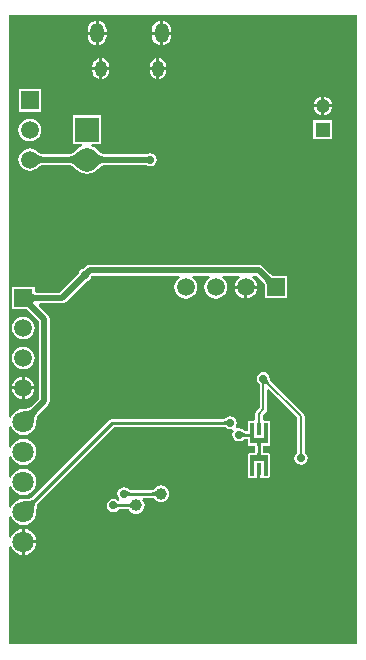
<source format=gbl>
G04*
G04 #@! TF.GenerationSoftware,Altium Limited,Altium Designer,20.2.7 (254)*
G04*
G04 Layer_Physical_Order=2*
G04 Layer_Color=16711680*
%FSLAX44Y44*%
%MOMM*%
G71*
G04*
G04 #@! TF.SameCoordinates,376ED358-1AEA-4EEA-9480-C934229D8A07*
G04*
G04*
G04 #@! TF.FilePolarity,Positive*
G04*
G01*
G75*
%ADD12C,0.2500*%
%ADD13C,0.2000*%
%ADD51C,1.0000*%
%ADD61C,0.5000*%
%ADD63C,1.5000*%
%ADD64R,1.5000X1.5000*%
%ADD65C,2.0000*%
%ADD66R,2.0000X2.0000*%
%ADD67R,1.5000X1.5000*%
%ADD68C,1.8000*%
%ADD69O,1.2000X1.7000*%
%ADD70O,1.0000X1.4000*%
%ADD71C,1.2000*%
%ADD72R,1.2000X1.2000*%
%ADD73C,0.7000*%
%ADD74R,0.4000X0.4000*%
%ADD75R,0.4000X1.0500*%
G36*
X2118015Y1439270D02*
X2119857Y1437708D01*
X2120671Y1437140D01*
X2121414Y1436712D01*
X2122085Y1436427D01*
X2122685Y1436282D01*
X2123214Y1436279D01*
X2123672Y1436417D01*
X2124058Y1436697D01*
X2117017Y1429657D01*
X2117297Y1430043D01*
X2117435Y1430500D01*
X2117432Y1431029D01*
X2117288Y1431629D01*
X2117002Y1432301D01*
X2116575Y1433043D01*
X2116006Y1433858D01*
X2115296Y1434743D01*
X2113451Y1436728D01*
X2116987Y1440263D01*
X2118015Y1439270D01*
D02*
G37*
G36*
X2193356Y1126958D02*
X1898356D01*
Y1209570D01*
X1900356Y1209968D01*
X1901125Y1208111D01*
X1902889Y1205813D01*
X1905187Y1204050D01*
X1907862Y1202941D01*
X1909464Y1202730D01*
Y1213658D01*
Y1224586D01*
X1907862Y1224375D01*
X1905187Y1223267D01*
X1902889Y1221503D01*
X1901125Y1219206D01*
X1900356Y1217348D01*
X1898356Y1217746D01*
Y1234970D01*
X1900356Y1235368D01*
X1901125Y1233511D01*
X1902889Y1231213D01*
X1905187Y1229450D01*
X1907862Y1228341D01*
X1910734Y1227963D01*
X1913606Y1228341D01*
X1916281Y1229450D01*
X1918579Y1231213D01*
X1920343Y1233511D01*
X1921451Y1236187D01*
X1921829Y1239058D01*
X1921774Y1239471D01*
X1921780Y1240447D01*
X1921916Y1242751D01*
X1922036Y1243690D01*
X1922192Y1244530D01*
X1922376Y1245247D01*
X1922580Y1245836D01*
X1922792Y1246295D01*
X1922998Y1246627D01*
X1923050Y1246687D01*
X1987507Y1311145D01*
X2080819D01*
X2080838Y1311142D01*
X2080991Y1311113D01*
X2081131Y1311074D01*
X2081264Y1311025D01*
X2081391Y1310966D01*
X2081516Y1310894D01*
X2081641Y1310807D01*
X2081728Y1310737D01*
X2081891Y1310493D01*
X2083710Y1309277D01*
X2085856Y1308850D01*
X2087488Y1309175D01*
X2088681Y1307828D01*
X2088810Y1307554D01*
X2088175Y1306604D01*
X2087748Y1304458D01*
X2088175Y1302312D01*
X2089391Y1300493D01*
X2091210Y1299277D01*
X2093356Y1298850D01*
X2095502Y1299277D01*
X2097321Y1300493D01*
X2097484Y1300737D01*
X2097571Y1300807D01*
X2097697Y1300894D01*
X2097822Y1300966D01*
X2097948Y1301025D01*
X2098081Y1301074D01*
X2098221Y1301113D01*
X2098374Y1301142D01*
X2098393Y1301145D01*
X2100736D01*
Y1296958D01*
X2100891Y1296178D01*
X2101333Y1295516D01*
X2101995Y1295074D01*
X2102775Y1294919D01*
X2106792D01*
Y1288997D01*
X2102606D01*
X2101826Y1288842D01*
X2101164Y1288400D01*
X2100722Y1287738D01*
X2100567Y1286958D01*
Y1269708D01*
X2100722Y1268928D01*
X2101164Y1268266D01*
X2101826Y1267824D01*
X2102606Y1267669D01*
X2105856Y1267669D01*
X2106047Y1267707D01*
X2108032Y1267708D01*
X2108836D01*
Y1274958D01*
X2111376D01*
Y1267708D01*
X2114106D01*
Y1267708D01*
X2114106Y1267708D01*
X2114165Y1267707D01*
X2114356Y1267669D01*
X2117606Y1267669D01*
X2118386Y1267824D01*
X2119048Y1268266D01*
X2119048Y1268266D01*
X2119490Y1268928D01*
X2119645Y1269708D01*
Y1286958D01*
X2119490Y1287738D01*
X2119048Y1288400D01*
X2118387Y1288842D01*
X2117606Y1288997D01*
X2113420D01*
Y1294919D01*
X2117775D01*
X2118556Y1295074D01*
X2119217Y1295516D01*
X2119659Y1296178D01*
X2119815Y1296958D01*
Y1314208D01*
X2119659Y1314989D01*
X2119217Y1315650D01*
X2118556Y1316092D01*
X2117775Y1316247D01*
X2115334Y1316247D01*
X2113403Y1317702D01*
X2113334Y1317791D01*
Y1320941D01*
X2116019Y1323626D01*
X2116019Y1323626D01*
X2116682Y1324618D01*
X2116915Y1325789D01*
Y1341960D01*
X2118763Y1342726D01*
X2142797Y1318691D01*
Y1289717D01*
X2142793Y1289688D01*
X2142765Y1289570D01*
X2142722Y1289443D01*
X2142661Y1289305D01*
X2142578Y1289153D01*
X2142471Y1288987D01*
X2142337Y1288807D01*
X2142173Y1288616D01*
X2142161Y1288604D01*
X2141891Y1288423D01*
X2140675Y1286604D01*
X2140248Y1284458D01*
X2140675Y1282312D01*
X2141891Y1280493D01*
X2143710Y1279277D01*
X2145856Y1278850D01*
X2148002Y1279277D01*
X2149821Y1280493D01*
X2151037Y1282312D01*
X2151464Y1284458D01*
X2151037Y1286604D01*
X2149821Y1288423D01*
X2149551Y1288604D01*
X2149539Y1288616D01*
X2149376Y1288807D01*
X2149241Y1288987D01*
X2149134Y1289153D01*
X2149051Y1289305D01*
X2148990Y1289443D01*
X2148947Y1289570D01*
X2148919Y1289688D01*
X2148915Y1289717D01*
Y1319958D01*
X2148682Y1321129D01*
X2148019Y1322121D01*
X2119737Y1350403D01*
X2119720Y1350426D01*
X2119657Y1350529D01*
X2119598Y1350649D01*
X2119543Y1350790D01*
X2119493Y1350957D01*
X2119452Y1351149D01*
X2119420Y1351371D01*
X2119401Y1351623D01*
X2119400Y1351639D01*
X2119464Y1351958D01*
X2119037Y1354104D01*
X2117821Y1355923D01*
X2116002Y1357139D01*
X2113856Y1357566D01*
X2111710Y1357139D01*
X2109891Y1355923D01*
X2108675Y1354104D01*
X2108248Y1351958D01*
X2108675Y1349812D01*
X2109891Y1347993D01*
X2110161Y1347812D01*
X2110173Y1347800D01*
X2110336Y1347609D01*
X2110471Y1347429D01*
X2110578Y1347264D01*
X2110661Y1347112D01*
X2110722Y1346973D01*
X2110765Y1346846D01*
X2110793Y1346728D01*
X2110797Y1346700D01*
Y1327056D01*
X2108112Y1324371D01*
X2107449Y1323379D01*
X2107217Y1322208D01*
X2107217Y1322208D01*
Y1317791D01*
X2107148Y1317702D01*
X2105217Y1316247D01*
X2102775Y1316247D01*
X2101995Y1316092D01*
X2101333Y1315650D01*
X2101333Y1315650D01*
X2100891Y1314989D01*
X2100736Y1314208D01*
Y1307772D01*
X2098393D01*
X2098374Y1307774D01*
X2098221Y1307803D01*
X2098081Y1307842D01*
X2097949Y1307891D01*
X2097821Y1307951D01*
X2097697Y1308022D01*
X2097571Y1308109D01*
X2097484Y1308179D01*
X2097321Y1308423D01*
X2095502Y1309639D01*
X2093356Y1310066D01*
X2091725Y1309741D01*
X2090531Y1311088D01*
X2090402Y1311362D01*
X2091037Y1312312D01*
X2091464Y1314458D01*
X2091037Y1316604D01*
X2089821Y1318423D01*
X2088002Y1319639D01*
X2085856Y1320066D01*
X2083710Y1319639D01*
X2081891Y1318423D01*
X2081728Y1318179D01*
X2081642Y1318109D01*
X2081516Y1318022D01*
X2081391Y1317951D01*
X2081264Y1317891D01*
X2081131Y1317842D01*
X2080991Y1317803D01*
X2080838Y1317774D01*
X2080819Y1317772D01*
X1986134D01*
X1984866Y1317520D01*
X1983791Y1316801D01*
X1918363Y1251374D01*
X1918303Y1251322D01*
X1917971Y1251116D01*
X1917512Y1250904D01*
X1916923Y1250700D01*
X1916206Y1250516D01*
X1915366Y1250360D01*
X1914427Y1250240D01*
X1912123Y1250104D01*
X1911147Y1250099D01*
X1910734Y1250153D01*
X1907862Y1249775D01*
X1905187Y1248667D01*
X1902889Y1246903D01*
X1901125Y1244606D01*
X1900356Y1242748D01*
X1898356Y1243146D01*
Y1260370D01*
X1900356Y1260768D01*
X1901125Y1258911D01*
X1902889Y1256613D01*
X1905187Y1254850D01*
X1907862Y1253741D01*
X1910734Y1253363D01*
X1913606Y1253741D01*
X1916281Y1254850D01*
X1918579Y1256613D01*
X1920343Y1258911D01*
X1921451Y1261587D01*
X1921829Y1264458D01*
X1921451Y1267330D01*
X1920343Y1270006D01*
X1918579Y1272303D01*
X1916281Y1274067D01*
X1913606Y1275175D01*
X1910734Y1275553D01*
X1907862Y1275175D01*
X1905187Y1274067D01*
X1902889Y1272303D01*
X1901125Y1270006D01*
X1900356Y1268148D01*
X1898356Y1268546D01*
Y1285770D01*
X1900356Y1286168D01*
X1901125Y1284311D01*
X1902889Y1282013D01*
X1905187Y1280250D01*
X1907862Y1279141D01*
X1910734Y1278763D01*
X1913606Y1279141D01*
X1916281Y1280250D01*
X1918579Y1282013D01*
X1920343Y1284311D01*
X1921451Y1286987D01*
X1921829Y1289858D01*
X1921451Y1292730D01*
X1920343Y1295406D01*
X1918579Y1297703D01*
X1916281Y1299467D01*
X1913606Y1300575D01*
X1910734Y1300953D01*
X1907862Y1300575D01*
X1905187Y1299467D01*
X1902889Y1297703D01*
X1901125Y1295406D01*
X1900356Y1293548D01*
X1898356Y1293946D01*
Y1311170D01*
X1900356Y1311568D01*
X1901125Y1309711D01*
X1902889Y1307413D01*
X1905187Y1305650D01*
X1907862Y1304541D01*
X1910734Y1304163D01*
X1913606Y1304541D01*
X1916281Y1305650D01*
X1918579Y1307413D01*
X1920343Y1309711D01*
X1921451Y1312387D01*
X1921829Y1315258D01*
X1921778Y1315645D01*
X1921789Y1316294D01*
X1921853Y1317158D01*
X1921964Y1317959D01*
X1922120Y1318699D01*
X1922317Y1319379D01*
X1922554Y1319999D01*
X1922828Y1320565D01*
X1923139Y1321080D01*
X1923414Y1321449D01*
X1931600Y1329636D01*
X1932595Y1331125D01*
X1932944Y1332880D01*
Y1402536D01*
X1932595Y1404292D01*
X1931600Y1405780D01*
X1923811Y1413570D01*
X1924639Y1415570D01*
X1943501D01*
X1945257Y1415919D01*
X1946745Y1416914D01*
X1963901Y1434069D01*
X1964947Y1434277D01*
X1966766Y1435493D01*
X1967982Y1437312D01*
X1968190Y1438358D01*
X1969002Y1439171D01*
X2042351D01*
X2042963Y1437171D01*
X2041481Y1436034D01*
X2039958Y1434049D01*
X2039001Y1431738D01*
X2038674Y1429258D01*
X2039001Y1426778D01*
X2039958Y1424467D01*
X2041481Y1422483D01*
X2043465Y1420960D01*
X2045776Y1420003D01*
X2048256Y1419676D01*
X2050736Y1420003D01*
X2053047Y1420960D01*
X2055032Y1422483D01*
X2056554Y1424467D01*
X2057512Y1426778D01*
X2057838Y1429258D01*
X2057512Y1431738D01*
X2056554Y1434049D01*
X2055032Y1436034D01*
X2053550Y1437171D01*
X2054161Y1439171D01*
X2067751D01*
X2068363Y1437171D01*
X2066881Y1436034D01*
X2065358Y1434049D01*
X2064401Y1431738D01*
X2064074Y1429258D01*
X2064401Y1426778D01*
X2065358Y1424467D01*
X2066881Y1422483D01*
X2068865Y1420960D01*
X2071176Y1420003D01*
X2073656Y1419676D01*
X2076136Y1420003D01*
X2078447Y1420960D01*
X2080432Y1422483D01*
X2081954Y1424467D01*
X2082912Y1426778D01*
X2083238Y1429258D01*
X2082912Y1431738D01*
X2081954Y1434049D01*
X2080432Y1436034D01*
X2078950Y1437171D01*
X2079561Y1439171D01*
X2093151D01*
X2093763Y1437171D01*
X2092281Y1436034D01*
X2090758Y1434049D01*
X2089801Y1431738D01*
X2089641Y1430528D01*
X2099056D01*
X2108471D01*
X2108312Y1431738D01*
X2107354Y1434049D01*
X2105832Y1436034D01*
X2104350Y1437171D01*
X2104961Y1439171D01*
X2108055D01*
X2112894Y1434332D01*
X2113751Y1433409D01*
X2114373Y1432634D01*
X2114852Y1431949D01*
X2114956Y1431767D01*
Y1419758D01*
X2133956D01*
Y1438758D01*
X2121947D01*
X2121765Y1438863D01*
X2121103Y1439325D01*
X2119622Y1440581D01*
X2113200Y1447003D01*
X2111711Y1447998D01*
X2109955Y1448347D01*
X1967102D01*
X1965346Y1447998D01*
X1963858Y1447003D01*
X1961701Y1444847D01*
X1960655Y1444639D01*
X1958836Y1443423D01*
X1957620Y1441604D01*
X1957412Y1440558D01*
X1941601Y1424746D01*
X1922064D01*
X1921649Y1424783D01*
X1921069Y1424879D01*
X1920634Y1424995D01*
X1920350Y1425111D01*
X1920234Y1425181D01*
Y1429658D01*
X1901234D01*
Y1410658D01*
X1911089D01*
X1911132Y1410650D01*
X1911176Y1410658D01*
X1913227D01*
X1913436Y1410539D01*
X1914096Y1410080D01*
X1915576Y1408828D01*
X1923768Y1400636D01*
Y1334781D01*
X1916925Y1327938D01*
X1916556Y1327664D01*
X1916041Y1327352D01*
X1915475Y1327078D01*
X1914854Y1326841D01*
X1914175Y1326644D01*
X1913435Y1326488D01*
X1912634Y1326377D01*
X1911770Y1326313D01*
X1911120Y1326302D01*
X1910734Y1326353D01*
X1907862Y1325975D01*
X1905187Y1324867D01*
X1902889Y1323103D01*
X1901125Y1320806D01*
X1900356Y1318948D01*
X1898356Y1319346D01*
Y1659458D01*
X2193356D01*
Y1126958D01*
D02*
G37*
G36*
X1918223Y1424683D02*
X1918374Y1424258D01*
X1918626Y1423883D01*
X1918978Y1423558D01*
X1919431Y1423283D01*
X1919984Y1423058D01*
X1920638Y1422883D01*
X1921393Y1422758D01*
X1922248Y1422683D01*
X1923203Y1422658D01*
Y1417658D01*
X1922248Y1417633D01*
X1921393Y1417558D01*
X1920638Y1417433D01*
X1919984Y1417258D01*
X1919431Y1417033D01*
X1918978Y1416758D01*
X1918626Y1416433D01*
X1918606Y1416404D01*
X1918628Y1416366D01*
X1919193Y1415552D01*
X1919901Y1414668D01*
X1921739Y1412689D01*
X1918203Y1409153D01*
X1917178Y1410143D01*
X1915340Y1411699D01*
X1914527Y1412264D01*
X1913784Y1412689D01*
X1913112Y1412971D01*
X1912511Y1413113D01*
X1911981D01*
X1911521Y1412971D01*
X1911132Y1412689D01*
X1918173Y1419729D01*
Y1425158D01*
X1918223Y1424683D01*
D02*
G37*
G36*
X2117363Y1351526D02*
X2117392Y1351149D01*
X2117443Y1350790D01*
X2117516Y1350450D01*
X2117612Y1350129D01*
X2117729Y1349827D01*
X2117869Y1349544D01*
X2118030Y1349280D01*
X2118214Y1349035D01*
X2118420Y1348809D01*
X2117006Y1347394D01*
X2116779Y1347600D01*
X2116534Y1347784D01*
X2116270Y1347946D01*
X2115987Y1348085D01*
X2115685Y1348203D01*
X2115373Y1348295D01*
X2115219Y1348009D01*
X2115088Y1347713D01*
X2114987Y1347414D01*
X2114914Y1347113D01*
X2114871Y1346810D01*
X2114856Y1346504D01*
X2112856D01*
X2112842Y1346810D01*
X2112798Y1347113D01*
X2112726Y1347414D01*
X2112624Y1347713D01*
X2112494Y1348009D01*
X2112334Y1348304D01*
X2112146Y1348596D01*
X2111928Y1348886D01*
X2111682Y1349173D01*
X2111406Y1349459D01*
X2114892D01*
X2117356Y1351923D01*
X2117363Y1351526D01*
D02*
G37*
G36*
X1922434Y1323422D02*
X1921911Y1322846D01*
X1921445Y1322218D01*
X1921034Y1321539D01*
X1920680Y1320809D01*
X1920382Y1320027D01*
X1920140Y1319194D01*
X1919954Y1318310D01*
X1919825Y1317374D01*
X1919751Y1316387D01*
X1919733Y1315348D01*
X1910824Y1324258D01*
X1911862Y1324275D01*
X1912850Y1324349D01*
X1913785Y1324478D01*
X1914670Y1324664D01*
X1915503Y1324906D01*
X1916285Y1325204D01*
X1917015Y1325558D01*
X1917694Y1325969D01*
X1918322Y1326435D01*
X1918898Y1326958D01*
X1922434Y1323422D01*
D02*
G37*
G36*
X2111285Y1315798D02*
X2111314Y1315458D01*
X2111363Y1315158D01*
X2111431Y1314898D01*
X2111518Y1314678D01*
X2111624Y1314498D01*
X2111750Y1314358D01*
X2111896Y1314258D01*
X2112061Y1314198D01*
X2112245Y1314178D01*
X2108306D01*
X2108490Y1314198D01*
X2108655Y1314258D01*
X2108800Y1314358D01*
X2108926Y1314498D01*
X2109033Y1314678D01*
X2109120Y1314898D01*
X2109188Y1315158D01*
X2109237Y1315458D01*
X2109266Y1315798D01*
X2109275Y1316178D01*
X2111275D01*
X2111285Y1315798D01*
D02*
G37*
G36*
X2083357Y1312008D02*
X2083116Y1312236D01*
X2082865Y1312440D01*
X2082604Y1312620D01*
X2082333Y1312776D01*
X2082051Y1312908D01*
X2081759Y1313016D01*
X2081456Y1313100D01*
X2081144Y1313160D01*
X2080820Y1313196D01*
X2080487Y1313208D01*
Y1315708D01*
X2080820Y1315720D01*
X2081144Y1315756D01*
X2081456Y1315816D01*
X2081759Y1315900D01*
X2082051Y1316008D01*
X2082333Y1316140D01*
X2082604Y1316296D01*
X2082865Y1316476D01*
X2083116Y1316680D01*
X2083357Y1316908D01*
Y1312008D01*
D02*
G37*
G36*
X2096096Y1306680D02*
X2096347Y1306476D01*
X2096608Y1306296D01*
X2096879Y1306140D01*
X2097161Y1306008D01*
X2097453Y1305900D01*
X2097756Y1305816D01*
X2098069Y1305756D01*
X2098392Y1305720D01*
X2098725Y1305708D01*
Y1303208D01*
X2098392Y1303196D01*
X2098069Y1303160D01*
X2097756Y1303100D01*
X2097453Y1303016D01*
X2097161Y1302908D01*
X2096879Y1302776D01*
X2096608Y1302620D01*
X2096347Y1302440D01*
X2096096Y1302236D01*
X2095856Y1302008D01*
Y1306908D01*
X2096096Y1306680D01*
D02*
G37*
G36*
X2106025Y1314208D02*
Y1301458D01*
X2114525Y1301458D01*
Y1314208D01*
X2117775Y1314208D01*
Y1296958D01*
X2111755D01*
X2111676Y1296839D01*
X2111578Y1296614D01*
X2111498Y1296339D01*
X2111436Y1296014D01*
X2111392Y1295639D01*
X2111365Y1295214D01*
X2111356Y1294739D01*
X2108856D01*
X2108851Y1295214D01*
X2108768Y1296339D01*
X2108719Y1296614D01*
X2108658Y1296839D01*
X2108609Y1296958D01*
X2102775D01*
Y1314208D01*
X2106025Y1314208D01*
D02*
G37*
G36*
X2146871Y1289607D02*
X2146914Y1289303D01*
X2146987Y1289002D01*
X2147088Y1288703D01*
X2147219Y1288407D01*
X2147378Y1288113D01*
X2147567Y1287820D01*
X2147784Y1287531D01*
X2148031Y1287243D01*
X2148306Y1286958D01*
X2143406D01*
X2143682Y1287243D01*
X2143928Y1287531D01*
X2144146Y1287820D01*
X2144334Y1288113D01*
X2144494Y1288407D01*
X2144624Y1288703D01*
X2144726Y1289002D01*
X2144798Y1289303D01*
X2144842Y1289607D01*
X2144856Y1289912D01*
X2146856D01*
X2146871Y1289607D01*
D02*
G37*
G36*
X2111363Y1288703D02*
X2111421Y1287903D01*
X2111471Y1287578D01*
X2111536Y1287303D01*
X2111615Y1287078D01*
X2111679Y1286958D01*
X2117606D01*
Y1269708D01*
X2114356Y1269708D01*
Y1282458D01*
X2105856Y1282458D01*
Y1269708D01*
X2102606Y1269708D01*
Y1286958D01*
X2108533D01*
X2108597Y1287078D01*
X2108676Y1287303D01*
X2108741Y1287578D01*
X2108791Y1287903D01*
X2108827Y1288278D01*
X2108856Y1289178D01*
X2111356D01*
X2111363Y1288703D01*
D02*
G37*
G36*
X1921738Y1248295D02*
X1921345Y1247830D01*
X1920994Y1247265D01*
X1920686Y1246600D01*
X1920421Y1245835D01*
X1920199Y1244970D01*
X1920020Y1244006D01*
X1919884Y1242941D01*
X1919741Y1240512D01*
X1919733Y1239148D01*
X1910824Y1248058D01*
X1912188Y1248065D01*
X1914617Y1248208D01*
X1915682Y1248344D01*
X1916646Y1248524D01*
X1917511Y1248746D01*
X1918276Y1249010D01*
X1918941Y1249318D01*
X1919506Y1249669D01*
X1919971Y1250063D01*
X1921738Y1248295D01*
D02*
G37*
%LPC*%
G36*
X2029001Y1654860D02*
Y1645728D01*
X2035800D01*
Y1646958D01*
X2035525Y1649047D01*
X2034719Y1650993D01*
X2033437Y1652664D01*
X2031766Y1653946D01*
X2029819Y1654752D01*
X2029001Y1654860D01*
D02*
G37*
G36*
X2026461D02*
X2025643Y1654752D01*
X2023697Y1653946D01*
X2022025Y1652664D01*
X2020743Y1650993D01*
X2019937Y1649047D01*
X2019662Y1646958D01*
Y1645728D01*
X2026461D01*
Y1654860D01*
D02*
G37*
G36*
X1974501D02*
Y1645728D01*
X1981300D01*
Y1646958D01*
X1981025Y1649047D01*
X1980219Y1650993D01*
X1978937Y1652664D01*
X1977266Y1653946D01*
X1975320Y1654752D01*
X1974501Y1654860D01*
D02*
G37*
G36*
X1971961D02*
X1971143Y1654752D01*
X1969197Y1653946D01*
X1967525Y1652664D01*
X1966243Y1650993D01*
X1965437Y1649047D01*
X1965162Y1646958D01*
Y1645728D01*
X1971961D01*
Y1654860D01*
D02*
G37*
G36*
X2035800Y1643188D02*
X2029001D01*
Y1634056D01*
X2029819Y1634164D01*
X2031766Y1634970D01*
X2033437Y1636252D01*
X2034719Y1637924D01*
X2035525Y1639870D01*
X2035800Y1641958D01*
Y1643188D01*
D02*
G37*
G36*
X1971961Y1643188D02*
X1965162D01*
Y1641958D01*
X1965437Y1639870D01*
X1966243Y1637924D01*
X1967525Y1636252D01*
X1969197Y1634970D01*
X1971143Y1634164D01*
X1971961Y1634056D01*
Y1643188D01*
D02*
G37*
G36*
X1981300D02*
X1974501D01*
Y1634056D01*
X1975320Y1634164D01*
X1977266Y1634970D01*
X1978937Y1636252D01*
X1980219Y1637924D01*
X1981025Y1639870D01*
X1981300Y1641958D01*
Y1643188D01*
D02*
G37*
G36*
X2026461Y1643188D02*
X2019662D01*
Y1641958D01*
X2019937Y1639870D01*
X2020743Y1637924D01*
X2022025Y1636252D01*
X2023697Y1634970D01*
X2025643Y1634164D01*
X2026461Y1634056D01*
Y1643188D01*
D02*
G37*
G36*
X2026001Y1623051D02*
Y1615428D01*
X2031792D01*
Y1616158D01*
X2031551Y1617986D01*
X2030846Y1619688D01*
X2029724Y1621151D01*
X2028261Y1622273D01*
X2026559Y1622978D01*
X2026001Y1623051D01*
D02*
G37*
G36*
X1977501D02*
Y1615428D01*
X1983291D01*
Y1616158D01*
X1983051Y1617986D01*
X1982346Y1619688D01*
X1981224Y1621151D01*
X1979761Y1622273D01*
X1978058Y1622978D01*
X1977501Y1623051D01*
D02*
G37*
G36*
X2023461D02*
X2022904Y1622978D01*
X2021201Y1622273D01*
X2019739Y1621151D01*
X2018617Y1619688D01*
X2017911Y1617986D01*
X2017671Y1616158D01*
Y1615428D01*
X2023461D01*
Y1623051D01*
D02*
G37*
G36*
X1974961D02*
X1974404Y1622978D01*
X1972701Y1622273D01*
X1971239Y1621151D01*
X1970117Y1619688D01*
X1969411Y1617986D01*
X1969171Y1616158D01*
Y1615428D01*
X1974961D01*
Y1623051D01*
D02*
G37*
G36*
X2023461Y1612888D02*
X2017671D01*
Y1612158D01*
X2017911Y1610331D01*
X2018617Y1608628D01*
X2019739Y1607166D01*
X2021201Y1606044D01*
X2022904Y1605338D01*
X2023461Y1605265D01*
Y1612888D01*
D02*
G37*
G36*
X1974961D02*
X1969171D01*
Y1612158D01*
X1969411Y1610331D01*
X1970117Y1608628D01*
X1971239Y1607166D01*
X1972701Y1606044D01*
X1974404Y1605338D01*
X1974961Y1605265D01*
Y1612888D01*
D02*
G37*
G36*
X2031792D02*
X2026001D01*
Y1605265D01*
X2026559Y1605338D01*
X2028261Y1606044D01*
X2029724Y1607166D01*
X2030846Y1608628D01*
X2031551Y1610331D01*
X2031792Y1612158D01*
Y1612888D01*
D02*
G37*
G36*
X1983291D02*
X1977501D01*
Y1605265D01*
X1978058Y1605338D01*
X1979761Y1606044D01*
X1981224Y1607166D01*
X1982346Y1608628D01*
X1983051Y1610331D01*
X1983291Y1612158D01*
Y1612888D01*
D02*
G37*
G36*
X2165585Y1590660D02*
Y1584028D01*
X2172217D01*
X2172109Y1584847D01*
X2171303Y1586793D01*
X2170021Y1588464D01*
X2168350Y1589746D01*
X2166404Y1590552D01*
X2165585Y1590660D01*
D02*
G37*
G36*
X2163045D02*
X2162227Y1590552D01*
X2160281Y1589746D01*
X2158610Y1588464D01*
X2157327Y1586793D01*
X2156521Y1584847D01*
X2156414Y1584028D01*
X2163045D01*
Y1590660D01*
D02*
G37*
G36*
X1925676Y1596858D02*
X1906676D01*
Y1577858D01*
X1925676D01*
Y1596858D01*
D02*
G37*
G36*
X2172217Y1581488D02*
X2165585D01*
Y1574856D01*
X2166404Y1574964D01*
X2168350Y1575770D01*
X2170021Y1577052D01*
X2171303Y1578724D01*
X2172109Y1580670D01*
X2172217Y1581488D01*
D02*
G37*
G36*
X2163045D02*
X2156414D01*
X2156521Y1580670D01*
X2157327Y1578724D01*
X2158610Y1577052D01*
X2160281Y1575770D01*
X2162227Y1574964D01*
X2163045Y1574856D01*
Y1581488D01*
D02*
G37*
G36*
X2172315Y1570758D02*
X2156315D01*
Y1554758D01*
X2172315D01*
Y1570758D01*
D02*
G37*
G36*
X1916176Y1571940D02*
X1913696Y1571614D01*
X1911385Y1570656D01*
X1909401Y1569134D01*
X1907878Y1567149D01*
X1906921Y1564838D01*
X1906594Y1562358D01*
X1906921Y1559878D01*
X1907878Y1557567D01*
X1909401Y1555583D01*
X1911385Y1554060D01*
X1913696Y1553103D01*
X1916176Y1552776D01*
X1918656Y1553103D01*
X1920967Y1554060D01*
X1922952Y1555583D01*
X1924474Y1557567D01*
X1925432Y1559878D01*
X1925758Y1562358D01*
X1925432Y1564838D01*
X1924474Y1567149D01*
X1922952Y1569134D01*
X1920967Y1570656D01*
X1918656Y1571614D01*
X1916176Y1571940D01*
D02*
G37*
G36*
X1976525Y1574758D02*
X1952525D01*
Y1550758D01*
X1960292D01*
X1960690Y1548758D01*
X1958474Y1547840D01*
X1955967Y1545917D01*
X1955688Y1545554D01*
X1955121Y1545002D01*
X1954332Y1544312D01*
X1953563Y1543714D01*
X1952817Y1543207D01*
X1952094Y1542790D01*
X1951397Y1542458D01*
X1950725Y1542208D01*
X1950079Y1542035D01*
X1949532Y1541946D01*
X1926998D01*
X1926703Y1541982D01*
X1926209Y1542085D01*
X1925729Y1542228D01*
X1925259Y1542412D01*
X1924797Y1542640D01*
X1924340Y1542914D01*
X1923887Y1543236D01*
X1923436Y1543610D01*
X1923127Y1543905D01*
X1922952Y1544134D01*
X1920967Y1545656D01*
X1918656Y1546614D01*
X1916176Y1546940D01*
X1913696Y1546614D01*
X1911385Y1545656D01*
X1909401Y1544134D01*
X1907878Y1542149D01*
X1906921Y1539838D01*
X1906594Y1537358D01*
X1906921Y1534878D01*
X1907878Y1532567D01*
X1909401Y1530583D01*
X1911385Y1529060D01*
X1913696Y1528103D01*
X1916176Y1527776D01*
X1918656Y1528103D01*
X1920967Y1529060D01*
X1922952Y1530583D01*
X1923127Y1530812D01*
X1923436Y1531107D01*
X1923887Y1531480D01*
X1924340Y1531802D01*
X1924797Y1532076D01*
X1925259Y1532304D01*
X1925729Y1532489D01*
X1926209Y1532632D01*
X1926703Y1532734D01*
X1926998Y1532770D01*
X1949532D01*
X1950078Y1532682D01*
X1950725Y1532508D01*
X1951397Y1532258D01*
X1952094Y1531927D01*
X1952816Y1531509D01*
X1953538Y1531020D01*
X1955142Y1529694D01*
X1955688Y1529162D01*
X1955967Y1528800D01*
X1958474Y1526876D01*
X1961393Y1525667D01*
X1964525Y1525255D01*
X1967658Y1525667D01*
X1970577Y1526876D01*
X1973084Y1528800D01*
X1973362Y1529162D01*
X1973930Y1529714D01*
X1974718Y1530405D01*
X1975488Y1531003D01*
X1976234Y1531509D01*
X1976957Y1531927D01*
X1977654Y1532258D01*
X1978326Y1532508D01*
X1978972Y1532682D01*
X1979518Y1532770D01*
X2015027D01*
X2016138Y1532027D01*
X2018284Y1531600D01*
X2020430Y1532027D01*
X2022249Y1533243D01*
X2023465Y1535062D01*
X2023892Y1537208D01*
X2023465Y1539354D01*
X2022249Y1541173D01*
X2020430Y1542389D01*
X2018284Y1542816D01*
X2016138Y1542389D01*
X2015476Y1541946D01*
X1979518D01*
X1978972Y1542035D01*
X1978326Y1542208D01*
X1977654Y1542458D01*
X1976957Y1542789D01*
X1976234Y1543207D01*
X1975513Y1543696D01*
X1973909Y1545022D01*
X1973362Y1545554D01*
X1973084Y1545917D01*
X1970577Y1547840D01*
X1968361Y1548758D01*
X1968759Y1550758D01*
X1976525D01*
Y1574758D01*
D02*
G37*
G36*
X2108471Y1427988D02*
X2100326D01*
Y1419843D01*
X2101536Y1420003D01*
X2103847Y1420960D01*
X2105832Y1422483D01*
X2107354Y1424467D01*
X2108312Y1426778D01*
X2108471Y1427988D01*
D02*
G37*
G36*
X2097786D02*
X2089641D01*
X2089801Y1426778D01*
X2090758Y1424467D01*
X2092281Y1422483D01*
X2094265Y1420960D01*
X2096576Y1420003D01*
X2097786Y1419843D01*
Y1427988D01*
D02*
G37*
G36*
X1910734Y1404340D02*
X1908254Y1404014D01*
X1905943Y1403056D01*
X1903958Y1401534D01*
X1902436Y1399549D01*
X1901478Y1397238D01*
X1901152Y1394758D01*
X1901478Y1392278D01*
X1902436Y1389967D01*
X1903958Y1387983D01*
X1905943Y1386460D01*
X1908254Y1385503D01*
X1910734Y1385176D01*
X1913214Y1385503D01*
X1915525Y1386460D01*
X1917509Y1387983D01*
X1919032Y1389967D01*
X1919989Y1392278D01*
X1920316Y1394758D01*
X1919989Y1397238D01*
X1919032Y1399549D01*
X1917509Y1401534D01*
X1915525Y1403056D01*
X1913214Y1404014D01*
X1910734Y1404340D01*
D02*
G37*
G36*
Y1378940D02*
X1908254Y1378614D01*
X1905943Y1377656D01*
X1903958Y1376134D01*
X1902436Y1374149D01*
X1901478Y1371838D01*
X1901152Y1369358D01*
X1901478Y1366878D01*
X1902436Y1364567D01*
X1903958Y1362583D01*
X1905943Y1361060D01*
X1908254Y1360103D01*
X1910734Y1359776D01*
X1913214Y1360103D01*
X1915525Y1361060D01*
X1917509Y1362583D01*
X1919032Y1364567D01*
X1919989Y1366878D01*
X1920316Y1369358D01*
X1919989Y1371838D01*
X1919032Y1374149D01*
X1917509Y1376134D01*
X1915525Y1377656D01*
X1913214Y1378614D01*
X1910734Y1378940D01*
D02*
G37*
G36*
X1912004Y1353373D02*
Y1345228D01*
X1920149D01*
X1919989Y1346438D01*
X1919032Y1348749D01*
X1917509Y1350734D01*
X1915525Y1352256D01*
X1913214Y1353214D01*
X1912004Y1353373D01*
D02*
G37*
G36*
X1909464Y1353373D02*
X1908254Y1353214D01*
X1905943Y1352256D01*
X1903958Y1350734D01*
X1902436Y1348749D01*
X1901478Y1346438D01*
X1901319Y1345228D01*
X1909464D01*
Y1353373D01*
D02*
G37*
G36*
Y1342688D02*
X1901319D01*
X1901478Y1341478D01*
X1902436Y1339167D01*
X1903958Y1337183D01*
X1905943Y1335660D01*
X1908254Y1334703D01*
X1909464Y1334543D01*
Y1342688D01*
D02*
G37*
G36*
X1920149D02*
X1912004D01*
Y1334543D01*
X1913214Y1334703D01*
X1915525Y1335660D01*
X1917509Y1337183D01*
X1919032Y1339167D01*
X1919989Y1341478D01*
X1920149Y1342688D01*
D02*
G37*
G36*
X2027356Y1261518D02*
X2025529Y1261278D01*
X2023826Y1260573D01*
X2022364Y1259451D01*
X2021242Y1257988D01*
X2021230Y1257960D01*
X2021202Y1257942D01*
X2021126Y1257905D01*
X2021004Y1257862D01*
X2020833Y1257819D01*
X2020609Y1257782D01*
X2020495Y1257772D01*
X2001075D01*
X2001056Y1257774D01*
X2000904Y1257803D01*
X2000763Y1257842D01*
X2000631Y1257891D01*
X2000504Y1257951D01*
X2000379Y1258023D01*
X2000253Y1258109D01*
X2000167Y1258179D01*
X2000004Y1258423D01*
X1998184Y1259639D01*
X1996038Y1260066D01*
X1993892Y1259639D01*
X1992073Y1258423D01*
X1990858Y1256604D01*
X1990431Y1254458D01*
X1990858Y1252312D01*
X1992051Y1250526D01*
X1992094Y1250306D01*
X1991493Y1248475D01*
X1991016Y1248438D01*
X1990682Y1248517D01*
X1989002Y1249639D01*
X1986856Y1250066D01*
X1984710Y1249639D01*
X1982891Y1248423D01*
X1981675Y1246604D01*
X1981248Y1244458D01*
X1981675Y1242312D01*
X1982891Y1240493D01*
X1984710Y1239277D01*
X1986856Y1238850D01*
X1989002Y1239277D01*
X1990821Y1240493D01*
X1990984Y1240737D01*
X1991071Y1240807D01*
X1991197Y1240894D01*
X1991322Y1240966D01*
X1991449Y1241025D01*
X1991581Y1241074D01*
X1991721Y1241113D01*
X1991874Y1241142D01*
X1991893Y1241144D01*
X1999495D01*
X1999609Y1241134D01*
X1999833Y1241097D01*
X2000004Y1241054D01*
X2000126Y1241011D01*
X2000202Y1240974D01*
X2000230Y1240957D01*
X2000242Y1240928D01*
X2001364Y1239466D01*
X2002826Y1238344D01*
X2004529Y1237638D01*
X2006356Y1237398D01*
X2008183Y1237638D01*
X2009886Y1238344D01*
X2011349Y1239466D01*
X2012471Y1240928D01*
X2013176Y1242631D01*
X2013416Y1244458D01*
X2013176Y1246285D01*
X2012471Y1247988D01*
X2011583Y1249145D01*
X2011887Y1250296D01*
X2012426Y1251144D01*
X2020495D01*
X2020609Y1251134D01*
X2020833Y1251097D01*
X2021005Y1251054D01*
X2021126Y1251011D01*
X2021202Y1250974D01*
X2021230Y1250957D01*
X2021242Y1250928D01*
X2022364Y1249466D01*
X2023826Y1248344D01*
X2025529Y1247638D01*
X2027356Y1247398D01*
X2029184Y1247638D01*
X2030886Y1248344D01*
X2032349Y1249466D01*
X2033471Y1250928D01*
X2034176Y1252631D01*
X2034417Y1254458D01*
X2034176Y1256285D01*
X2033471Y1257988D01*
X2032349Y1259451D01*
X2030886Y1260573D01*
X2029184Y1261278D01*
X2027356Y1261518D01*
D02*
G37*
G36*
X1912004Y1224586D02*
Y1214928D01*
X1921662D01*
X1921451Y1216530D01*
X1920343Y1219206D01*
X1918579Y1221503D01*
X1916281Y1223267D01*
X1913606Y1224375D01*
X1912004Y1224586D01*
D02*
G37*
G36*
X1921662Y1212388D02*
X1912004D01*
Y1202730D01*
X1913606Y1202941D01*
X1916281Y1204050D01*
X1918579Y1205813D01*
X1920343Y1208111D01*
X1921451Y1210787D01*
X1921662Y1212388D01*
D02*
G37*
%LPD*%
G36*
X1922079Y1542086D02*
X1922643Y1541618D01*
X1923224Y1541206D01*
X1923820Y1540848D01*
X1924434Y1540546D01*
X1925063Y1540298D01*
X1925710Y1540106D01*
X1926372Y1539968D01*
X1927052Y1539886D01*
X1927747Y1539858D01*
Y1534858D01*
X1927052Y1534831D01*
X1926372Y1534748D01*
X1925710Y1534611D01*
X1925063Y1534418D01*
X1924434Y1534171D01*
X1923820Y1533868D01*
X1923224Y1533511D01*
X1922643Y1533098D01*
X1922079Y1532631D01*
X1921532Y1532108D01*
Y1542608D01*
X1922079Y1542086D01*
D02*
G37*
G36*
X1972546Y1543503D02*
X1974288Y1542063D01*
X1975151Y1541478D01*
X1976008Y1540983D01*
X1976859Y1540578D01*
X1977704Y1540263D01*
X1978545Y1540038D01*
X1979379Y1539903D01*
X1980208Y1539858D01*
Y1534858D01*
X1979379Y1534813D01*
X1978545Y1534678D01*
X1977704Y1534453D01*
X1976859Y1534138D01*
X1976008Y1533733D01*
X1975151Y1533238D01*
X1974288Y1532653D01*
X1973420Y1531978D01*
X1972546Y1531213D01*
X1971667Y1530358D01*
Y1544358D01*
X1972546Y1543503D01*
D02*
G37*
G36*
X1957384Y1530358D02*
X1956505Y1531213D01*
X1954763Y1532653D01*
X1953900Y1533238D01*
X1953043Y1533733D01*
X1952192Y1534138D01*
X1951346Y1534453D01*
X1950506Y1534678D01*
X1949672Y1534813D01*
X1948843Y1534858D01*
Y1539858D01*
X1949672Y1539903D01*
X1950506Y1540038D01*
X1951346Y1540263D01*
X1952192Y1540578D01*
X1953043Y1540983D01*
X1953900Y1541478D01*
X1954763Y1542063D01*
X1955631Y1542738D01*
X1956505Y1543503D01*
X1957384Y1544358D01*
Y1530358D01*
D02*
G37*
G36*
X1998778Y1256680D02*
X1999029Y1256476D01*
X1999290Y1256296D01*
X1999562Y1256140D01*
X1999843Y1256008D01*
X2000136Y1255900D01*
X2000438Y1255816D01*
X2000751Y1255756D01*
X2001074Y1255720D01*
X2001408Y1255708D01*
Y1253208D01*
X2001074Y1253196D01*
X2000751Y1253160D01*
X2000438Y1253100D01*
X2000136Y1253016D01*
X1999843Y1252908D01*
X1999562Y1252776D01*
X1999290Y1252620D01*
X1999029Y1252440D01*
X1998778Y1252236D01*
X1998538Y1252008D01*
Y1256908D01*
X1998778Y1256680D01*
D02*
G37*
G36*
X2023026Y1251958D02*
X2022866Y1252196D01*
X2022675Y1252408D01*
X2022452Y1252596D01*
X2022198Y1252758D01*
X2021912Y1252896D01*
X2021596Y1253008D01*
X2021247Y1253096D01*
X2020868Y1253158D01*
X2020457Y1253196D01*
X2020015Y1253208D01*
Y1255708D01*
X2020457Y1255721D01*
X2020868Y1255758D01*
X2021247Y1255821D01*
X2021596Y1255908D01*
X2021912Y1256021D01*
X2022198Y1256158D01*
X2022452Y1256321D01*
X2022675Y1256508D01*
X2022866Y1256721D01*
X2023026Y1256958D01*
Y1251958D01*
D02*
G37*
G36*
X1989596Y1246680D02*
X1989847Y1246476D01*
X1990108Y1246296D01*
X1990379Y1246140D01*
X1990661Y1246008D01*
X1990953Y1245900D01*
X1991256Y1245816D01*
X1991569Y1245756D01*
X1991892Y1245720D01*
X1992225Y1245708D01*
Y1243208D01*
X1991892Y1243196D01*
X1991569Y1243160D01*
X1991256Y1243100D01*
X1990953Y1243016D01*
X1990661Y1242908D01*
X1990379Y1242776D01*
X1990108Y1242620D01*
X1989847Y1242440D01*
X1989596Y1242236D01*
X1989356Y1242008D01*
Y1246908D01*
X1989596Y1246680D01*
D02*
G37*
G36*
X2002026Y1241958D02*
X2001866Y1242196D01*
X2001675Y1242408D01*
X2001452Y1242596D01*
X2001198Y1242758D01*
X2000912Y1242896D01*
X2000596Y1243008D01*
X2000247Y1243096D01*
X1999868Y1243158D01*
X1999457Y1243196D01*
X1999015Y1243208D01*
Y1245708D01*
X1999457Y1245721D01*
X1999868Y1245758D01*
X2000247Y1245821D01*
X2000596Y1245908D01*
X2000912Y1246021D01*
X2001198Y1246158D01*
X2001452Y1246321D01*
X2001675Y1246508D01*
X2001866Y1246721D01*
X2002026Y1246958D01*
Y1241958D01*
D02*
G37*
%LPC*%
G36*
X1918173Y1419718D02*
X1917921Y1419371D01*
X1917779Y1418911D01*
Y1418381D01*
X1917921Y1417780D01*
X1918173Y1417180D01*
Y1419718D01*
D02*
G37*
%LPD*%
D12*
X2110106Y1299039D02*
X2110275Y1299208D01*
X2110106Y1284708D02*
Y1299039D01*
X2093356Y1304458D02*
X2104524D01*
X1996038Y1254458D02*
X2027356D01*
X1986856Y1244458D02*
X2006356D01*
X1910734Y1239058D02*
X1986134Y1314458D01*
X2085856D01*
D13*
X2113856Y1325789D02*
Y1351958D01*
X2110275Y1322208D02*
X2113856Y1325789D01*
X2110275Y1308958D02*
Y1312208D01*
Y1322208D01*
X2113856Y1351958D02*
X2145856Y1319958D01*
Y1284458D02*
Y1319958D01*
D51*
X2027356Y1254458D02*
D03*
X2006356Y1244458D02*
D03*
D61*
X1964525Y1537358D02*
X2018134D01*
X2018284Y1537208D01*
X1910734Y1420158D02*
X1928356Y1402536D01*
Y1332880D02*
Y1402536D01*
X1910734Y1315258D02*
X1928356Y1332880D01*
X1916176Y1537358D02*
X1964525D01*
X1910734Y1420158D02*
X1943501D01*
X1962801Y1439458D01*
X2109955Y1443759D02*
X2124456Y1429258D01*
X1967102Y1443759D02*
X2109955D01*
X1962801Y1439458D02*
Y1439458D01*
X1967102Y1443759D01*
D63*
X1910734Y1343958D02*
D03*
Y1369358D02*
D03*
Y1394758D02*
D03*
X1916176Y1537358D02*
D03*
Y1562358D02*
D03*
X2048256Y1429258D02*
D03*
X2073656D02*
D03*
X2099056D02*
D03*
D64*
X1910734Y1420158D02*
D03*
X1916176Y1587358D02*
D03*
D65*
X1964525Y1537358D02*
D03*
D66*
Y1562758D02*
D03*
D67*
X2124456Y1429258D02*
D03*
D68*
X1910734Y1315258D02*
D03*
Y1289858D02*
D03*
Y1264458D02*
D03*
Y1239058D02*
D03*
Y1213658D02*
D03*
D69*
X1973231Y1644458D02*
D03*
X2027731D02*
D03*
D70*
X1976231Y1614158D02*
D03*
X2024731D02*
D03*
D71*
X2164315Y1582758D02*
D03*
D72*
Y1562758D02*
D03*
D73*
X2113856Y1351958D02*
D03*
X2018284Y1537208D02*
D03*
X2145856Y1284458D02*
D03*
X1962801Y1439458D02*
D03*
X1996038Y1254458D02*
D03*
X1986856Y1244458D02*
D03*
X2093356Y1304458D02*
D03*
X2085856Y1314458D02*
D03*
D74*
X2110106Y1284708D02*
D03*
X2110275Y1299208D02*
D03*
D75*
X2110106Y1274958D02*
D03*
X2110275Y1308958D02*
D03*
M02*

</source>
